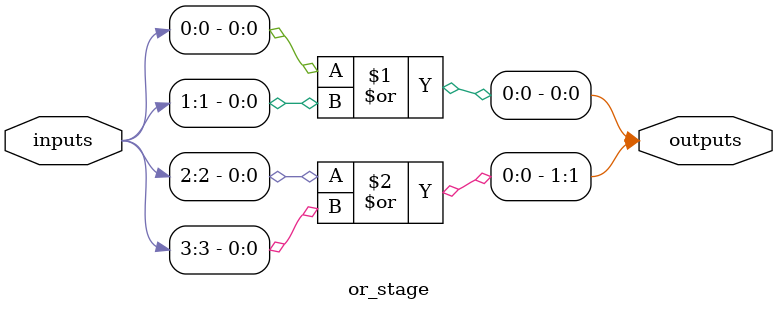
<source format=sv>
module or_gate_4input_1bit (
    input wire a,
    input wire b,
    input wire c,
    input wire d,
    output wire y
);
    // 参数定义
    parameter STAGE1_DELAY = 0;
    parameter STAGE2_DELAY = 0;
    
    // 内部连接信号
    wire [1:0] intermediate_results;
    
    // 实例化二级树形OR结构
    or_stage #(
        .WIDTH(2),
        .DELAY(STAGE1_DELAY)
    ) first_stage (
        .inputs({a, b, c, d}),
        .outputs(intermediate_results)
    );
    
    or_gate_generic #(
        .WIDTH(2),
        .DELAY(STAGE2_DELAY)
    ) final_stage (
        .inputs(intermediate_results),
        .result(y)
    );
endmodule

// 通用的OR门模块，支持任意位宽输入
module or_gate_generic #(
    parameter WIDTH = 2,
    parameter DELAY = 0
)(
    input wire [WIDTH-1:0] inputs,
    output wire result
);
    // 可配置延迟的归约OR操作
    assign #(DELAY) result = |inputs;
endmodule

// 树形OR结构的一个阶段
module or_stage #(
    parameter WIDTH = 4,     // 输入总位宽
    parameter DELAY = 0,     // 每个OR门的延迟
    parameter PAIRS = WIDTH/2 // 输出对数量
)(
    input wire [WIDTH-1:0] inputs,
    output wire [PAIRS-1:0] outputs
);
    genvar i;
    generate
        for (i = 0; i < PAIRS; i = i + 1) begin : pair_or
            assign #(DELAY) outputs[i] = inputs[i*2] | inputs[i*2+1];
        end
    endgenerate
endmodule
</source>
